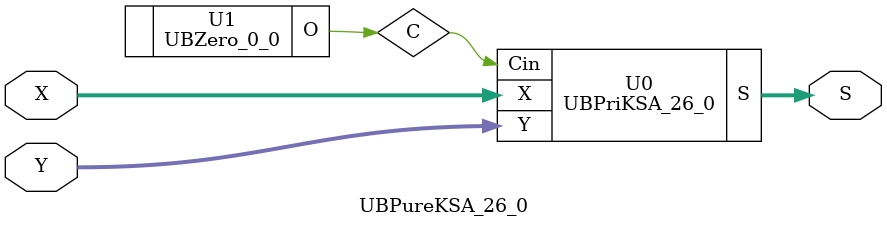
<source format=v>
/*----------------------------------------------------------------------------
  Copyright (c) 2021 Homma laboratory. All rights reserved.

  Top module: UBKSA_26_0_26_0

  Operand-1 length: 27
  Operand-2 length: 27
  Two-operand addition algorithm: Kogge-Stone adder
----------------------------------------------------------------------------*/

module GPGenerator(Go, Po, A, B);
  output Go;
  output Po;
  input A;
  input B;
  assign Go = A & B;
  assign Po = A ^ B;
endmodule

module CarryOperator(Go, Po, Gi1, Pi1, Gi2, Pi2);
  output Go;
  output Po;
  input Gi1;
  input Gi2;
  input Pi1;
  input Pi2;
  assign Go = Gi1 | ( Gi2 & Pi1 );
  assign Po = Pi1 & Pi2;
endmodule

module UBPriKSA_26_0(S, X, Y, Cin);
  output [27:0] S;
  input Cin;
  input [26:0] X;
  input [26:0] Y;
  wire [26:0] G0;
  wire [26:0] G1;
  wire [26:0] G2;
  wire [26:0] G3;
  wire [26:0] G4;
  wire [26:0] G5;
  wire [26:0] P0;
  wire [26:0] P1;
  wire [26:0] P2;
  wire [26:0] P3;
  wire [26:0] P4;
  wire [26:0] P5;
  assign P1[0] = P0[0];
  assign G1[0] = G0[0];
  assign P2[0] = P1[0];
  assign G2[0] = G1[0];
  assign P2[1] = P1[1];
  assign G2[1] = G1[1];
  assign P3[0] = P2[0];
  assign G3[0] = G2[0];
  assign P3[1] = P2[1];
  assign G3[1] = G2[1];
  assign P3[2] = P2[2];
  assign G3[2] = G2[2];
  assign P3[3] = P2[3];
  assign G3[3] = G2[3];
  assign P4[0] = P3[0];
  assign G4[0] = G3[0];
  assign P4[1] = P3[1];
  assign G4[1] = G3[1];
  assign P4[2] = P3[2];
  assign G4[2] = G3[2];
  assign P4[3] = P3[3];
  assign G4[3] = G3[3];
  assign P4[4] = P3[4];
  assign G4[4] = G3[4];
  assign P4[5] = P3[5];
  assign G4[5] = G3[5];
  assign P4[6] = P3[6];
  assign G4[6] = G3[6];
  assign P4[7] = P3[7];
  assign G4[7] = G3[7];
  assign P5[0] = P4[0];
  assign G5[0] = G4[0];
  assign P5[1] = P4[1];
  assign G5[1] = G4[1];
  assign P5[2] = P4[2];
  assign G5[2] = G4[2];
  assign P5[3] = P4[3];
  assign G5[3] = G4[3];
  assign P5[4] = P4[4];
  assign G5[4] = G4[4];
  assign P5[5] = P4[5];
  assign G5[5] = G4[5];
  assign P5[6] = P4[6];
  assign G5[6] = G4[6];
  assign P5[7] = P4[7];
  assign G5[7] = G4[7];
  assign P5[8] = P4[8];
  assign G5[8] = G4[8];
  assign P5[9] = P4[9];
  assign G5[9] = G4[9];
  assign P5[10] = P4[10];
  assign G5[10] = G4[10];
  assign P5[11] = P4[11];
  assign G5[11] = G4[11];
  assign P5[12] = P4[12];
  assign G5[12] = G4[12];
  assign P5[13] = P4[13];
  assign G5[13] = G4[13];
  assign P5[14] = P4[14];
  assign G5[14] = G4[14];
  assign P5[15] = P4[15];
  assign G5[15] = G4[15];
  assign S[0] = Cin ^ P0[0];
  assign S[1] = ( G5[0] | ( P5[0] & Cin ) ) ^ P0[1];
  assign S[2] = ( G5[1] | ( P5[1] & Cin ) ) ^ P0[2];
  assign S[3] = ( G5[2] | ( P5[2] & Cin ) ) ^ P0[3];
  assign S[4] = ( G5[3] | ( P5[3] & Cin ) ) ^ P0[4];
  assign S[5] = ( G5[4] | ( P5[4] & Cin ) ) ^ P0[5];
  assign S[6] = ( G5[5] | ( P5[5] & Cin ) ) ^ P0[6];
  assign S[7] = ( G5[6] | ( P5[6] & Cin ) ) ^ P0[7];
  assign S[8] = ( G5[7] | ( P5[7] & Cin ) ) ^ P0[8];
  assign S[9] = ( G5[8] | ( P5[8] & Cin ) ) ^ P0[9];
  assign S[10] = ( G5[9] | ( P5[9] & Cin ) ) ^ P0[10];
  assign S[11] = ( G5[10] | ( P5[10] & Cin ) ) ^ P0[11];
  assign S[12] = ( G5[11] | ( P5[11] & Cin ) ) ^ P0[12];
  assign S[13] = ( G5[12] | ( P5[12] & Cin ) ) ^ P0[13];
  assign S[14] = ( G5[13] | ( P5[13] & Cin ) ) ^ P0[14];
  assign S[15] = ( G5[14] | ( P5[14] & Cin ) ) ^ P0[15];
  assign S[16] = ( G5[15] | ( P5[15] & Cin ) ) ^ P0[16];
  assign S[17] = ( G5[16] | ( P5[16] & Cin ) ) ^ P0[17];
  assign S[18] = ( G5[17] | ( P5[17] & Cin ) ) ^ P0[18];
  assign S[19] = ( G5[18] | ( P5[18] & Cin ) ) ^ P0[19];
  assign S[20] = ( G5[19] | ( P5[19] & Cin ) ) ^ P0[20];
  assign S[21] = ( G5[20] | ( P5[20] & Cin ) ) ^ P0[21];
  assign S[22] = ( G5[21] | ( P5[21] & Cin ) ) ^ P0[22];
  assign S[23] = ( G5[22] | ( P5[22] & Cin ) ) ^ P0[23];
  assign S[24] = ( G5[23] | ( P5[23] & Cin ) ) ^ P0[24];
  assign S[25] = ( G5[24] | ( P5[24] & Cin ) ) ^ P0[25];
  assign S[26] = ( G5[25] | ( P5[25] & Cin ) ) ^ P0[26];
  assign S[27] = G5[26] | ( P5[26] & Cin );
  GPGenerator U0 (G0[0], P0[0], X[0], Y[0]);
  GPGenerator U1 (G0[1], P0[1], X[1], Y[1]);
  GPGenerator U2 (G0[2], P0[2], X[2], Y[2]);
  GPGenerator U3 (G0[3], P0[3], X[3], Y[3]);
  GPGenerator U4 (G0[4], P0[4], X[4], Y[4]);
  GPGenerator U5 (G0[5], P0[5], X[5], Y[5]);
  GPGenerator U6 (G0[6], P0[6], X[6], Y[6]);
  GPGenerator U7 (G0[7], P0[7], X[7], Y[7]);
  GPGenerator U8 (G0[8], P0[8], X[8], Y[8]);
  GPGenerator U9 (G0[9], P0[9], X[9], Y[9]);
  GPGenerator U10 (G0[10], P0[10], X[10], Y[10]);
  GPGenerator U11 (G0[11], P0[11], X[11], Y[11]);
  GPGenerator U12 (G0[12], P0[12], X[12], Y[12]);
  GPGenerator U13 (G0[13], P0[13], X[13], Y[13]);
  GPGenerator U14 (G0[14], P0[14], X[14], Y[14]);
  GPGenerator U15 (G0[15], P0[15], X[15], Y[15]);
  GPGenerator U16 (G0[16], P0[16], X[16], Y[16]);
  GPGenerator U17 (G0[17], P0[17], X[17], Y[17]);
  GPGenerator U18 (G0[18], P0[18], X[18], Y[18]);
  GPGenerator U19 (G0[19], P0[19], X[19], Y[19]);
  GPGenerator U20 (G0[20], P0[20], X[20], Y[20]);
  GPGenerator U21 (G0[21], P0[21], X[21], Y[21]);
  GPGenerator U22 (G0[22], P0[22], X[22], Y[22]);
  GPGenerator U23 (G0[23], P0[23], X[23], Y[23]);
  GPGenerator U24 (G0[24], P0[24], X[24], Y[24]);
  GPGenerator U25 (G0[25], P0[25], X[25], Y[25]);
  GPGenerator U26 (G0[26], P0[26], X[26], Y[26]);
  CarryOperator U27 (G1[1], P1[1], G0[1], P0[1], G0[0], P0[0]);
  CarryOperator U28 (G1[2], P1[2], G0[2], P0[2], G0[1], P0[1]);
  CarryOperator U29 (G1[3], P1[3], G0[3], P0[3], G0[2], P0[2]);
  CarryOperator U30 (G1[4], P1[4], G0[4], P0[4], G0[3], P0[3]);
  CarryOperator U31 (G1[5], P1[5], G0[5], P0[5], G0[4], P0[4]);
  CarryOperator U32 (G1[6], P1[6], G0[6], P0[6], G0[5], P0[5]);
  CarryOperator U33 (G1[7], P1[7], G0[7], P0[7], G0[6], P0[6]);
  CarryOperator U34 (G1[8], P1[8], G0[8], P0[8], G0[7], P0[7]);
  CarryOperator U35 (G1[9], P1[9], G0[9], P0[9], G0[8], P0[8]);
  CarryOperator U36 (G1[10], P1[10], G0[10], P0[10], G0[9], P0[9]);
  CarryOperator U37 (G1[11], P1[11], G0[11], P0[11], G0[10], P0[10]);
  CarryOperator U38 (G1[12], P1[12], G0[12], P0[12], G0[11], P0[11]);
  CarryOperator U39 (G1[13], P1[13], G0[13], P0[13], G0[12], P0[12]);
  CarryOperator U40 (G1[14], P1[14], G0[14], P0[14], G0[13], P0[13]);
  CarryOperator U41 (G1[15], P1[15], G0[15], P0[15], G0[14], P0[14]);
  CarryOperator U42 (G1[16], P1[16], G0[16], P0[16], G0[15], P0[15]);
  CarryOperator U43 (G1[17], P1[17], G0[17], P0[17], G0[16], P0[16]);
  CarryOperator U44 (G1[18], P1[18], G0[18], P0[18], G0[17], P0[17]);
  CarryOperator U45 (G1[19], P1[19], G0[19], P0[19], G0[18], P0[18]);
  CarryOperator U46 (G1[20], P1[20], G0[20], P0[20], G0[19], P0[19]);
  CarryOperator U47 (G1[21], P1[21], G0[21], P0[21], G0[20], P0[20]);
  CarryOperator U48 (G1[22], P1[22], G0[22], P0[22], G0[21], P0[21]);
  CarryOperator U49 (G1[23], P1[23], G0[23], P0[23], G0[22], P0[22]);
  CarryOperator U50 (G1[24], P1[24], G0[24], P0[24], G0[23], P0[23]);
  CarryOperator U51 (G1[25], P1[25], G0[25], P0[25], G0[24], P0[24]);
  CarryOperator U52 (G1[26], P1[26], G0[26], P0[26], G0[25], P0[25]);
  CarryOperator U53 (G2[2], P2[2], G1[2], P1[2], G1[0], P1[0]);
  CarryOperator U54 (G2[3], P2[3], G1[3], P1[3], G1[1], P1[1]);
  CarryOperator U55 (G2[4], P2[4], G1[4], P1[4], G1[2], P1[2]);
  CarryOperator U56 (G2[5], P2[5], G1[5], P1[5], G1[3], P1[3]);
  CarryOperator U57 (G2[6], P2[6], G1[6], P1[6], G1[4], P1[4]);
  CarryOperator U58 (G2[7], P2[7], G1[7], P1[7], G1[5], P1[5]);
  CarryOperator U59 (G2[8], P2[8], G1[8], P1[8], G1[6], P1[6]);
  CarryOperator U60 (G2[9], P2[9], G1[9], P1[9], G1[7], P1[7]);
  CarryOperator U61 (G2[10], P2[10], G1[10], P1[10], G1[8], P1[8]);
  CarryOperator U62 (G2[11], P2[11], G1[11], P1[11], G1[9], P1[9]);
  CarryOperator U63 (G2[12], P2[12], G1[12], P1[12], G1[10], P1[10]);
  CarryOperator U64 (G2[13], P2[13], G1[13], P1[13], G1[11], P1[11]);
  CarryOperator U65 (G2[14], P2[14], G1[14], P1[14], G1[12], P1[12]);
  CarryOperator U66 (G2[15], P2[15], G1[15], P1[15], G1[13], P1[13]);
  CarryOperator U67 (G2[16], P2[16], G1[16], P1[16], G1[14], P1[14]);
  CarryOperator U68 (G2[17], P2[17], G1[17], P1[17], G1[15], P1[15]);
  CarryOperator U69 (G2[18], P2[18], G1[18], P1[18], G1[16], P1[16]);
  CarryOperator U70 (G2[19], P2[19], G1[19], P1[19], G1[17], P1[17]);
  CarryOperator U71 (G2[20], P2[20], G1[20], P1[20], G1[18], P1[18]);
  CarryOperator U72 (G2[21], P2[21], G1[21], P1[21], G1[19], P1[19]);
  CarryOperator U73 (G2[22], P2[22], G1[22], P1[22], G1[20], P1[20]);
  CarryOperator U74 (G2[23], P2[23], G1[23], P1[23], G1[21], P1[21]);
  CarryOperator U75 (G2[24], P2[24], G1[24], P1[24], G1[22], P1[22]);
  CarryOperator U76 (G2[25], P2[25], G1[25], P1[25], G1[23], P1[23]);
  CarryOperator U77 (G2[26], P2[26], G1[26], P1[26], G1[24], P1[24]);
  CarryOperator U78 (G3[4], P3[4], G2[4], P2[4], G2[0], P2[0]);
  CarryOperator U79 (G3[5], P3[5], G2[5], P2[5], G2[1], P2[1]);
  CarryOperator U80 (G3[6], P3[6], G2[6], P2[6], G2[2], P2[2]);
  CarryOperator U81 (G3[7], P3[7], G2[7], P2[7], G2[3], P2[3]);
  CarryOperator U82 (G3[8], P3[8], G2[8], P2[8], G2[4], P2[4]);
  CarryOperator U83 (G3[9], P3[9], G2[9], P2[9], G2[5], P2[5]);
  CarryOperator U84 (G3[10], P3[10], G2[10], P2[10], G2[6], P2[6]);
  CarryOperator U85 (G3[11], P3[11], G2[11], P2[11], G2[7], P2[7]);
  CarryOperator U86 (G3[12], P3[12], G2[12], P2[12], G2[8], P2[8]);
  CarryOperator U87 (G3[13], P3[13], G2[13], P2[13], G2[9], P2[9]);
  CarryOperator U88 (G3[14], P3[14], G2[14], P2[14], G2[10], P2[10]);
  CarryOperator U89 (G3[15], P3[15], G2[15], P2[15], G2[11], P2[11]);
  CarryOperator U90 (G3[16], P3[16], G2[16], P2[16], G2[12], P2[12]);
  CarryOperator U91 (G3[17], P3[17], G2[17], P2[17], G2[13], P2[13]);
  CarryOperator U92 (G3[18], P3[18], G2[18], P2[18], G2[14], P2[14]);
  CarryOperator U93 (G3[19], P3[19], G2[19], P2[19], G2[15], P2[15]);
  CarryOperator U94 (G3[20], P3[20], G2[20], P2[20], G2[16], P2[16]);
  CarryOperator U95 (G3[21], P3[21], G2[21], P2[21], G2[17], P2[17]);
  CarryOperator U96 (G3[22], P3[22], G2[22], P2[22], G2[18], P2[18]);
  CarryOperator U97 (G3[23], P3[23], G2[23], P2[23], G2[19], P2[19]);
  CarryOperator U98 (G3[24], P3[24], G2[24], P2[24], G2[20], P2[20]);
  CarryOperator U99 (G3[25], P3[25], G2[25], P2[25], G2[21], P2[21]);
  CarryOperator U100 (G3[26], P3[26], G2[26], P2[26], G2[22], P2[22]);
  CarryOperator U101 (G4[8], P4[8], G3[8], P3[8], G3[0], P3[0]);
  CarryOperator U102 (G4[9], P4[9], G3[9], P3[9], G3[1], P3[1]);
  CarryOperator U103 (G4[10], P4[10], G3[10], P3[10], G3[2], P3[2]);
  CarryOperator U104 (G4[11], P4[11], G3[11], P3[11], G3[3], P3[3]);
  CarryOperator U105 (G4[12], P4[12], G3[12], P3[12], G3[4], P3[4]);
  CarryOperator U106 (G4[13], P4[13], G3[13], P3[13], G3[5], P3[5]);
  CarryOperator U107 (G4[14], P4[14], G3[14], P3[14], G3[6], P3[6]);
  CarryOperator U108 (G4[15], P4[15], G3[15], P3[15], G3[7], P3[7]);
  CarryOperator U109 (G4[16], P4[16], G3[16], P3[16], G3[8], P3[8]);
  CarryOperator U110 (G4[17], P4[17], G3[17], P3[17], G3[9], P3[9]);
  CarryOperator U111 (G4[18], P4[18], G3[18], P3[18], G3[10], P3[10]);
  CarryOperator U112 (G4[19], P4[19], G3[19], P3[19], G3[11], P3[11]);
  CarryOperator U113 (G4[20], P4[20], G3[20], P3[20], G3[12], P3[12]);
  CarryOperator U114 (G4[21], P4[21], G3[21], P3[21], G3[13], P3[13]);
  CarryOperator U115 (G4[22], P4[22], G3[22], P3[22], G3[14], P3[14]);
  CarryOperator U116 (G4[23], P4[23], G3[23], P3[23], G3[15], P3[15]);
  CarryOperator U117 (G4[24], P4[24], G3[24], P3[24], G3[16], P3[16]);
  CarryOperator U118 (G4[25], P4[25], G3[25], P3[25], G3[17], P3[17]);
  CarryOperator U119 (G4[26], P4[26], G3[26], P3[26], G3[18], P3[18]);
  CarryOperator U120 (G5[16], P5[16], G4[16], P4[16], G4[0], P4[0]);
  CarryOperator U121 (G5[17], P5[17], G4[17], P4[17], G4[1], P4[1]);
  CarryOperator U122 (G5[18], P5[18], G4[18], P4[18], G4[2], P4[2]);
  CarryOperator U123 (G5[19], P5[19], G4[19], P4[19], G4[3], P4[3]);
  CarryOperator U124 (G5[20], P5[20], G4[20], P4[20], G4[4], P4[4]);
  CarryOperator U125 (G5[21], P5[21], G4[21], P4[21], G4[5], P4[5]);
  CarryOperator U126 (G5[22], P5[22], G4[22], P4[22], G4[6], P4[6]);
  CarryOperator U127 (G5[23], P5[23], G4[23], P4[23], G4[7], P4[7]);
  CarryOperator U128 (G5[24], P5[24], G4[24], P4[24], G4[8], P4[8]);
  CarryOperator U129 (G5[25], P5[25], G4[25], P4[25], G4[9], P4[9]);
  CarryOperator U130 (G5[26], P5[26], G4[26], P4[26], G4[10], P4[10]);
endmodule

module UBZero_0_0(O);
  output [0:0] O;
  assign O[0] = 0;
endmodule

module UBKSA_26_0_26_0 (S, X, Y);
  output [27:0] S;
  input [26:0] X;
  input [26:0] Y;
  UBPureKSA_26_0 U0 (S[27:0], X[26:0], Y[26:0]);
endmodule

module UBPureKSA_26_0 (S, X, Y);
  output [27:0] S;
  input [26:0] X;
  input [26:0] Y;
  wire C;
  UBPriKSA_26_0 U0 (S, X, Y, C);
  UBZero_0_0 U1 (C);
endmodule


</source>
